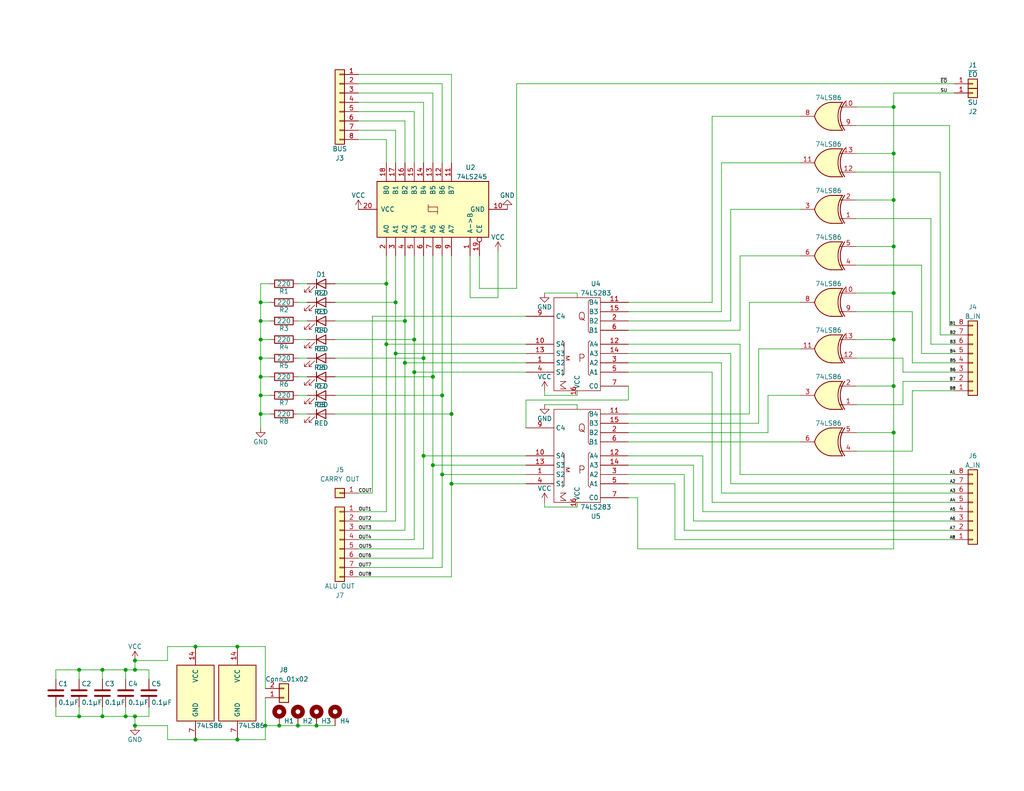
<source format=kicad_sch>
(kicad_sch (version 20211123) (generator eeschema)
  (paper "USLetter")
  (lib_symbols
    (symbol "74xx:74LS245" (pin_names (offset 1.016))
      (property "Reference" "U" (at -7.62 16.51 0))
      (property "Value" "74LS245" (at -7.62 -16.51 0))
      (symbol "74LS245_1_0"
        (polyline (pts (xy -0.635 -1.27) (xy -0.635 1.27) (xy 0.635 1.27)))
        (polyline (pts (xy -1.27 -1.27) (xy 0.635 -1.27) (xy 0.635 1.27) (xy 1.27 1.27)))
        (pin input line (at -12.7 -10.16 0) (length 5.08) (name "A->B") (number "1"))
        (pin power_in line (at 0 -20.32 90) (length 5.08) (name "GND") (number "10"))
        (pin tri_state line (at 12.7 -5.08 180) (length 5.08) (name "B7") (number "11"))
        (pin tri_state line (at 12.7 -2.54 180) (length 5.08) (name "B6") (number "12"))
        (pin tri_state line (at 12.7 0 180) (length 5.08) (name "B5") (number "13"))
        (pin tri_state line (at 12.7 2.54 180) (length 5.08) (name "B4") (number "14"))
        (pin tri_state line (at 12.7 5.08 180) (length 5.08) (name "B3") (number "15"))
        (pin tri_state line (at 12.7 7.62 180) (length 5.08) (name "B2") (number "16"))
        (pin tri_state line (at 12.7 10.16 180) (length 5.08) (name "B1") (number "17"))
        (pin tri_state line (at 12.7 12.7 180) (length 5.08) (name "B0") (number "18"))
        (pin input inverted (at -12.7 -12.7 0) (length 5.08) (name "CE") (number "19"))
        (pin tri_state line (at -12.7 12.7 0) (length 5.08) (name "A0") (number "2"))
        (pin power_in line (at 0 20.32 270) (length 5.08) (name "VCC") (number "20"))
        (pin tri_state line (at -12.7 10.16 0) (length 5.08) (name "A1") (number "3"))
        (pin tri_state line (at -12.7 7.62 0) (length 5.08) (name "A2") (number "4"))
        (pin tri_state line (at -12.7 5.08 0) (length 5.08) (name "A3") (number "5"))
        (pin tri_state line (at -12.7 2.54 0) (length 5.08) (name "A4") (number "6"))
        (pin tri_state line (at -12.7 0 0) (length 5.08) (name "A5") (number "7"))
        (pin tri_state line (at -12.7 -2.54 0) (length 5.08) (name "A6") (number "8"))
        (pin tri_state line (at -12.7 -5.08 0) (length 5.08) (name "A7") (number "9"))
      )
      (symbol "74LS245_1_1"
        (rectangle (start -7.62 15.24) (end 7.62 -15.24) (stroke (width 0.254)) (fill (type background)))
      )
    )
    (symbol "74xx:74LS86" (pin_names (offset 1.016))
      (property "Reference" "U" (at 0 1.27 0))
      (property "Value" "74LS86" (at 0 -1.27 0))
      (symbol "74LS86_1_0"
        (arc (start -4.4196 -3.81) (mid -3.2033 0) (end -4.4196 3.81) (stroke (width 0.254)))
        (arc (start -3.81 -3.81) (mid -2.589 0) (end -3.81 3.81) (stroke (width 0.254)))
        (arc (start -0.6096 -3.81) (mid 2.1842 -2.5851) (end 3.81 0) (stroke (width 0.254)) (fill (type background)))
        (polyline (pts (xy -3.81 -3.81) (xy -0.635 -3.81)) (stroke (width 0.254)) (fill (type background)))
        (polyline (pts (xy -3.81 3.81) (xy -0.635 3.81)) (stroke (width 0.254)) (fill (type background)))
        (polyline (pts (xy -0.635 3.81) (xy -3.81 3.81) (xy -3.81 3.81) (xy -3.556 3.4036) (xy -3.0226 2.2606) (xy -2.6924 1.0414) (xy -2.6162 -0.254) (xy -2.7686 -1.4986) (xy -3.175 -2.7178) (xy -3.81 -3.81) (xy -3.81 -3.81) (xy -0.635 -3.81)) (stroke (width -25.4)) (fill (type background)))
        (arc (start 3.81 0) (mid 2.1915 2.5936) (end -0.6096 3.81) (stroke (width 0.254)) (fill (type background)))
        (pin input line (at -7.62 2.54 0) (length 4.445) (name "~") (number "1"))
        (pin input line (at -7.62 -2.54 0) (length 4.445) (name "~") (number "2"))
        (pin output line (at 7.62 0 180) (length 3.81) (name "~") (number "3"))
      )
      (symbol "74LS86_1_1"
        (polyline (pts (xy -3.81 -2.54) (xy -3.175 -2.54)) (stroke (width 0.1524)))
        (polyline (pts (xy -3.81 2.54) (xy -3.175 2.54)) (stroke (width 0.1524)))
      )
      (symbol "74LS86_2_0"
        (arc (start -4.4196 -3.81) (mid -3.2033 0) (end -4.4196 3.81) (stroke (width 0.254)))
        (arc (start -3.81 -3.81) (mid -2.589 0) (end -3.81 3.81) (stroke (width 0.254)))
        (arc (start -0.6096 -3.81) (mid 2.1842 -2.5851) (end 3.81 0) (stroke (width 0.254)) (fill (type background)))
        (polyline (pts (xy -3.81 -3.81) (xy -0.635 -3.81)) (stroke (width 0.254)) (fill (type background)))
        (polyline (pts (xy -3.81 3.81) (xy -0.635 3.81)) (stroke (width 0.254)) (fill (type background)))
        (polyline (pts (xy -0.635 3.81) (xy -3.81 3.81) (xy -3.81 3.81) (xy -3.556 3.4036) (xy -3.0226 2.2606) (xy -2.6924 1.0414) (xy -2.6162 -0.254) (xy -2.7686 -1.4986) (xy -3.175 -2.7178) (xy -3.81 -3.81) (xy -3.81 -3.81) (xy -0.635 -3.81)) (stroke (width -25.4)) (fill (type background)))
        (arc (start 3.81 0) (mid 2.1915 2.5936) (end -0.6096 3.81) (stroke (width 0.254)) (fill (type background)))
        (pin input line (at -7.62 2.54 0) (length 4.445) (name "~") (number "4"))
        (pin input line (at -7.62 -2.54 0) (length 4.445) (name "~") (number "5"))
        (pin output line (at 7.62 0 180) (length 3.81) (name "~") (number "6"))
      )
      (symbol "74LS86_2_1"
        (polyline (pts (xy -3.81 -2.54) (xy -3.175 -2.54)) (stroke (width 0.1524)))
        (polyline (pts (xy -3.81 2.54) (xy -3.175 2.54)) (stroke (width 0.1524)))
      )
      (symbol "74LS86_3_0"
        (arc (start -4.4196 -3.81) (mid -3.2033 0) (end -4.4196 3.81) (stroke (width 0.254)))
        (arc (start -3.81 -3.81) (mid -2.589 0) (end -3.81 3.81) (stroke (width 0.254)))
        (arc (start -0.6096 -3.81) (mid 2.1842 -2.5851) (end 3.81 0) (stroke (width 0.254)) (fill (type background)))
        (polyline (pts (xy -3.81 -3.81) (xy -0.635 -3.81)) (stroke (width 0.254)) (fill (type background)))
        (polyline (pts (xy -3.81 3.81) (xy -0.635 3.81)) (stroke (width 0.254)) (fill (type background)))
        (polyline (pts (xy -0.635 3.81) (xy -3.81 3.81) (xy -3.81 3.81) (xy -3.556 3.4036) (xy -3.0226 2.2606) (xy -2.6924 1.0414) (xy -2.6162 -0.254) (xy -2.7686 -1.4986) (xy -3.175 -2.7178) (xy -3.81 -3.81) (xy -3.81 -3.81) (xy -0.635 -3.81)) (stroke (width -25.4)) (fill (type background)))
        (arc (start 3.81 0) (mid 2.1915 2.5936) (end -0.6096 3.81) (stroke (width 0.254)) (fill (type background)))
        (pin input line (at -7.62 -2.54 0) (length 4.445) (name "~") (number "10"))
        (pin output line (at 7.62 0 180) (length 3.81) (name "~") (number "8"))
        (pin input line (at -7.62 2.54 0) (length 4.445) (name "~") (number "9"))
      )
      (symbol "74LS86_3_1"
        (polyline (pts (xy -3.81 -2.54) (xy -3.175 -2.54)) (stroke (width 0.1524)))
        (polyline (pts (xy -3.81 2.54) (xy -3.175 2.54)) (stroke (width 0.1524)))
      )
      (symbol "74LS86_4_0"
        (arc (start -4.4196 -3.81) (mid -3.2033 0) (end -4.4196 3.81) (stroke (width 0.254)))
        (arc (start -3.81 -3.81) (mid -2.589 0) (end -3.81 3.81) (stroke (width 0.254)))
        (arc (start -0.6096 -3.81) (mid 2.1842 -2.5851) (end 3.81 0) (stroke (width 0.254)) (fill (type background)))
        (polyline (pts (xy -3.81 -3.81) (xy -0.635 -3.81)) (stroke (width 0.254)) (fill (type background)))
        (polyline (pts (xy -3.81 3.81) (xy -0.635 3.81)) (stroke (width 0.254)) (fill (type background)))
        (polyline (pts (xy -0.635 3.81) (xy -3.81 3.81) (xy -3.81 3.81) (xy -3.556 3.4036) (xy -3.0226 2.2606) (xy -2.6924 1.0414) (xy -2.6162 -0.254) (xy -2.7686 -1.4986) (xy -3.175 -2.7178) (xy -3.81 -3.81) (xy -3.81 -3.81) (xy -0.635 -3.81)) (stroke (width -25.4)) (fill (type background)))
        (arc (start 3.81 0) (mid 2.1915 2.5936) (end -0.6096 3.81) (stroke (width 0.254)) (fill (type background)))
        (pin output line (at 7.62 0 180) (length 3.81) (name "~") (number "11"))
        (pin input line (at -7.62 2.54 0) (length 4.445) (name "~") (number "12"))
        (pin input line (at -7.62 -2.54 0) (length 4.445) (name "~") (number "13"))
      )
      (symbol "74LS86_4_1"
        (polyline (pts (xy -3.81 -2.54) (xy -3.175 -2.54)) (stroke (width 0.1524)))
        (polyline (pts (xy -3.81 2.54) (xy -3.175 2.54)) (stroke (width 0.1524)))
      )
      (symbol "74LS86_5_0"
        (pin power_in line (at 0 12.7 270) (length 5.08) (name "VCC") (number "14"))
        (pin power_in line (at 0 -12.7 90) (length 5.08) (name "GND") (number "7"))
      )
      (symbol "74LS86_5_1"
        (rectangle (start -5.08 7.62) (end 5.08 -7.62) (stroke (width 0.254)) (fill (type background)))
      )
    )
    (symbol "74xx_IEEE:74LS283"
      (property "Reference" "U" (at 7.62 15.24 0))
      (property "Value" "74LS283" (at 7.62 -15.24 0))
      (symbol "74LS283_0_0"
        (rectangle (start -6.35 12.7) (end 6.35 -12.7))
        (polyline (pts (xy -3.556 -3.048) (xy -3.048 -3.556) (xy -3.048 -11.684) (xy -3.556 -12.192) (xy -3.556 -12.192)))
        (polyline (pts (xy -3.556 8.636) (xy -3.048 8.128) (xy -3.048 -0.508) (xy -3.556 -1.016) (xy -3.556 -1.016)))
        (polyline (pts (xy 4.064 8.636) (xy 3.556 8.128) (xy 3.556 -0.508) (xy 4.064 -1.016) (xy 4.064 -1.016)))
        (polyline (pts (xy 3.048 4.318) (xy 2.032 4.318) (xy 3.048 3.81) (xy 2.032 3.302) (xy 3.048 3.302) (xy 3.048 3.302)))
        (polyline (pts (xy 4.572 12.192) (xy 3.048 12.192) (xy 4.572 11.176) (xy 3.048 10.16) (xy 4.572 10.16) (xy 4.572 10.16)))
        (text "P" (at -1.27 3.81 0) (effects (font (size 2.032 2.032))))
        (text "Q" (at -1.27 -7.62 0) (effects (font (size 2.032 2.032))))
        (pin power_in line (at 0 12.7 270) (length 0) (name "VCC") (number "16"))
        (pin power_in line (at 0 -12.7 90) (length 0) hide (name "GND") (number "8"))
      )
      (symbol "74LS283_1_1"
        (pin output line (at 13.97 5.08 180) (length 7.62) (name "S2") (number "1"))
        (pin output line (at 13.97 0 180) (length 7.62) (name "S4") (number "10"))
        (pin input line (at -13.97 -11.43 0) (length 7.62) (name "B4") (number "11"))
        (pin input line (at -13.97 0 0) (length 7.62) (name "A4") (number "12"))
        (pin output line (at 13.97 2.54 180) (length 7.62) (name "S3") (number "13"))
        (pin input line (at -13.97 2.54 0) (length 7.62) (name "A3") (number "14"))
        (pin input line (at -13.97 -8.89 0) (length 7.62) (name "B3") (number "15"))
        (pin input line (at -13.97 -6.35 0) (length 7.62) (name "B2") (number "2"))
        (pin input line (at -13.97 5.08 0) (length 7.62) (name "A2") (number "3"))
        (pin output line (at 13.97 7.62 180) (length 7.62) (name "S1") (number "4"))
        (pin input line (at -13.97 7.62 0) (length 7.62) (name "A1") (number "5"))
        (pin input line (at -13.97 -3.81 0) (length 7.62) (name "B1") (number "6"))
        (pin input line (at -13.97 11.43 0) (length 7.62) (name "C0") (number "7"))
        (pin output line (at 13.97 -7.62 180) (length 7.62) (name "C4") (number "9"))
      )
    )
    (symbol "Connector_Generic:Conn_01x01" (pin_names (offset 1.016) hide)
      (property "Reference" "J" (at 0 2.54 0))
      (property "Value" "Conn_01x01" (at 0 -2.54 0))
      (symbol "Conn_01x01_1_1"
        (rectangle (start -1.27 0.127) (end 0 -0.127) (stroke (width 0.1524)))
        (rectangle (start -1.27 1.27) (end 1.27 -1.27) (stroke (width 0.254)) (fill (type background)))
        (pin passive line (at -5.08 0 0) (length 3.81) (name "Pin_1") (number "1"))
      )
    )
    (symbol "Connector_Generic:Conn_01x02" (pin_names (offset 1.016) hide)
      (property "Reference" "J" (at 0 2.54 0))
      (property "Value" "Conn_01x02" (at 0 -5.08 0))
      (symbol "Conn_01x02_1_1"
        (rectangle (start -1.27 -2.413) (end 0 -2.667) (stroke (width 0.1524)))
        (rectangle (start -1.27 0.127) (end 0 -0.127) (stroke (width 0.1524)))
        (rectangle (start -1.27 1.27) (end 1.27 -3.81) (stroke (width 0.254)) (fill (type background)))
        (pin passive line (at -5.08 0 0) (length 3.81) (name "Pin_1") (number "1"))
        (pin passive line (at -5.08 -2.54 0) (length 3.81) (name "Pin_2") (number "2"))
      )
    )
    (symbol "Connector_Generic:Conn_01x08" (pin_names (offset 1.016) hide)
      (property "Reference" "J" (at 0 10.16 0))
      (property "Value" "Conn_01x08" (at 0 -12.7 0))
      (symbol "Conn_01x08_1_1"
        (rectangle (start -1.27 -10.033) (end 0 -10.287) (stroke (width 0.1524)))
        (rectangle (start -1.27 -7.493) (end 0 -7.747) (stroke (width 0.1524)))
        (rectangle (start -1.27 -4.953) (end 0 -5.207) (stroke (width 0.1524)))
        (rectangle (start -1.27 -2.413) (end 0 -2.667) (stroke (width 0.1524)))
        (rectangle (start -1.27 0.127) (end 0 -0.127) (stroke (width 0.1524)))
        (rectangle (start -1.27 2.667) (end 0 2.413) (stroke (width 0.1524)))
        (rectangle (start -1.27 5.207) (end 0 4.953) (stroke (width 0.1524)))
        (rectangle (start -1.27 7.747) (end 0 7.493) (stroke (width 0.1524)))
        (rectangle (start -1.27 8.89) (end 1.27 -11.43) (stroke (width 0.254)) (fill (type background)))
        (pin passive line (at -5.08 7.62 0) (length 3.81) (name "Pin_1") (number "1"))
        (pin passive line (at -5.08 5.08 0) (length 3.81) (name "Pin_2") (number "2"))
        (pin passive line (at -5.08 2.54 0) (length 3.81) (name "Pin_3") (number "3"))
        (pin passive line (at -5.08 0 0) (length 3.81) (name "Pin_4") (number "4"))
        (pin passive line (at -5.08 -2.54 0) (length 3.81) (name "Pin_5") (number "5"))
        (pin passive line (at -5.08 -5.08 0) (length 3.81) (name "Pin_6") (number "6"))
        (pin passive line (at -5.08 -7.62 0) (length 3.81) (name "Pin_7") (number "7"))
        (pin passive line (at -5.08 -10.16 0) (length 3.81) (name "Pin_8") (number "8"))
      )
    )
    (symbol "Device:C" (pin_numbers hide) (pin_names (offset 0.254))
      (property "Reference" "C" (at 0.635 2.54 0))
      (property "Value" "C" (at 0.635 -2.54 0))
      (symbol "C_0_1"
        (polyline (pts (xy -2.032 -0.762) (xy 2.032 -0.762)) (stroke (width 0.508)))
        (polyline (pts (xy -2.032 0.762) (xy 2.032 0.762)) (stroke (width 0.508)))
      )
      (symbol "C_1_1"
        (pin passive line (at 0 3.81 270) (length 2.794) (name "~") (number "1"))
        (pin passive line (at 0 -3.81 90) (length 2.794) (name "~") (number "2"))
      )
    )
    (symbol "Device:LED" (pin_numbers hide) (pin_names (offset 1.016) hide)
      (property "Reference" "D" (at 0 2.54 0))
      (property "Value" "LED" (at 0 -2.54 0))
      (symbol "LED_0_1"
        (polyline (pts (xy -1.27 -1.27) (xy -1.27 1.27)) (stroke (width 0.254)))
        (polyline (pts (xy -1.27 0) (xy 1.27 0)))
        (polyline (pts (xy 1.27 -1.27) (xy 1.27 1.27) (xy -1.27 0) (xy 1.27 -1.27)) (stroke (width 0.254)))
        (polyline (pts (xy -3.048 -0.762) (xy -4.572 -2.286) (xy -3.81 -2.286) (xy -4.572 -2.286) (xy -4.572 -1.524)))
        (polyline (pts (xy -1.778 -0.762) (xy -3.302 -2.286) (xy -2.54 -2.286) (xy -3.302 -2.286) (xy -3.302 -1.524)))
      )
      (symbol "LED_1_1"
        (pin passive line (at -3.81 0 0) (length 2.54) (name "K") (number "1"))
        (pin passive line (at 3.81 0 180) (length 2.54) (name "A") (number "2"))
      )
    )
    (symbol "Device:R" (pin_numbers hide) (pin_names (offset 0))
      (property "Reference" "R" (at 2.032 0 90))
      (property "Value" "R" (at 0 0 90))
      (symbol "R_0_1"
        (rectangle (start -1.016 -2.54) (end 1.016 2.54) (stroke (width 0.254)))
      )
      (symbol "R_1_1"
        (pin passive line (at 0 3.81 270) (length 1.27) (name "~") (number "1"))
        (pin passive line (at 0 -3.81 90) (length 1.27) (name "~") (number "2"))
      )
    )
    (symbol "Mechanical:MountingHole_Pad" (pin_numbers hide) (pin_names (offset 1.016) hide)
      (property "Reference" "H" (at 0 6.35 0))
      (property "Value" "MountingHole_Pad" (at 0 4.445 0))
      (symbol "MountingHole_Pad_0_1"
        (circle (center 0 1.27) (radius 1.27) (stroke (width 1.27)))
      )
      (symbol "MountingHole_Pad_1_1"
        (pin input line (at 0 -2.54 90) (length 2.54) (name "1") (number "1"))
      )
    )
    (symbol "power:GND" (power) (pin_names (offset 0))
      (property "Value" "GND" (at 0 -3.81 0))
      (symbol "GND_0_1"
        (polyline (pts (xy 0 0) (xy 0 -1.27) (xy 1.27 -1.27) (xy 0 -2.54) (xy -1.27 -1.27) (xy 0 -1.27)))
      )
      (symbol "GND_1_1"
        (pin power_in line (at 0 0 270) (length 0) hide (name "GND") (number "1"))
      )
    )
    (symbol "power:VCC" (power) (pin_names (offset 0))
      (property "Value" "VCC" (at 0 3.81 0))
      (symbol "VCC_0_1"
        (polyline (pts (xy -0.762 1.27) (xy 0 2.54)))
        (polyline (pts (xy 0 0) (xy 0 2.54)))
        (polyline (pts (xy 0 2.54) (xy 0.762 1.27)))
      )
      (symbol "VCC_1_1"
        (pin power_in line (at 0 0 90) (length 0) hide (name "VCC") (number "1"))
      )
    )
  )
  (junction (at 36.83 182.88))
  (junction (at 243.84 105.41))
  (junction (at 27.94 182.88))
  (junction (at 107.95 96.52))
  (junction (at 21.59 195.58))
  (junction (at 120.65 107.95))
  (junction (at 36.83 198.12))
  (junction (at 113.03 92.71))
  (junction (at 27.94 195.58))
  (junction (at 71.12 87.63))
  (junction (at 113.03 101.6))
  (junction (at 72.39 198.12))
  (junction (at 243.84 54.61))
  (junction (at 86.36 198.12))
  (junction (at 115.57 97.79))
  (junction (at 71.12 107.95))
  (junction (at 53.34 176.53))
  (junction (at 123.19 132.08))
  (junction (at 71.12 102.87))
  (junction (at 105.41 77.47))
  (junction (at 243.84 92.71))
  (junction (at 81.28 198.12))
  (junction (at 105.41 93.98))
  (junction (at 243.84 29.21))
  (junction (at 71.12 97.79))
  (junction (at 243.84 67.31))
  (junction (at 118.11 102.87))
  (junction (at 64.77 201.93))
  (junction (at 36.83 180.34))
  (junction (at 123.19 113.03))
  (junction (at 53.34 201.93))
  (junction (at 115.57 124.46))
  (junction (at 110.49 99.06))
  (junction (at 71.12 113.03))
  (junction (at 76.2 198.12))
  (junction (at 34.29 182.88))
  (junction (at 110.49 87.63))
  (junction (at 71.12 92.71))
  (junction (at 243.84 41.91))
  (junction (at 118.11 127))
  (junction (at 36.83 195.58))
  (junction (at 120.65 129.54))
  (junction (at 243.84 118.11))
  (junction (at 71.12 82.55))
  (junction (at 243.84 80.01))
  (junction (at 64.77 176.53))
  (junction (at 21.59 182.88))
  (junction (at 34.29 195.58))
  (junction (at 107.95 82.55))
  (wire (pts (xy 209.55 107.95) (xy 218.44 107.95)))
  (wire (pts (xy 110.49 99.06) (xy 110.49 144.78)))
  (wire (pts (xy 107.95 69.85) (xy 107.95 82.55)))
  (wire (pts (xy 97.79 139.7) (xy 105.41 139.7)))
  (wire (pts (xy 233.68 85.09) (xy 248.92 85.09)))
  (wire (pts (xy 81.28 82.55) (xy 83.82 82.55)))
  (wire (pts (xy 115.57 97.79) (xy 115.57 124.46)))
  (wire (pts (xy 194.31 101.6) (xy 194.31 137.16)))
  (wire (pts (xy 36.83 195.58) (xy 40.64 195.58)))
  (wire (pts (xy 256.54 46.99) (xy 256.54 91.44)))
  (wire (pts (xy 36.83 195.58) (xy 36.83 198.12)))
  (wire (pts (xy 81.28 107.95) (xy 83.82 107.95)))
  (wire (pts (xy 27.94 195.58) (xy 34.29 195.58)))
  (wire (pts (xy 72.39 198.12) (xy 76.2 198.12)))
  (wire (pts (xy 97.79 25.4) (xy 118.11 25.4)))
  (wire (pts (xy 15.24 195.58) (xy 15.24 193.04)))
  (wire (pts (xy 157.48 107.95) (xy 157.48 106.68)))
  (wire (pts (xy 71.12 82.55) (xy 73.66 82.55)))
  (wire (pts (xy 81.28 102.87) (xy 83.82 102.87)))
  (wire (pts (xy 110.49 87.63) (xy 110.49 99.06)))
  (wire (pts (xy 97.79 154.94) (xy 120.65 154.94)))
  (wire (pts (xy 91.44 77.47) (xy 105.41 77.47)))
  (wire (pts (xy 40.64 195.58) (xy 40.64 193.04)))
  (wire (pts (xy 45.72 198.12) (xy 45.72 201.93)))
  (wire (pts (xy 118.11 25.4) (xy 118.11 44.45)))
  (wire (pts (xy 105.41 69.85) (xy 105.41 77.47)))
  (wire (pts (xy 101.6 86.36) (xy 101.6 134.62)))
  (wire (pts (xy 73.66 87.63) (xy 71.12 87.63)))
  (wire (pts (xy 171.45 87.63) (xy 199.39 87.63)))
  (wire (pts (xy 233.68 110.49) (xy 246.38 110.49)))
  (wire (pts (xy 53.34 176.53) (xy 64.77 176.53)))
  (wire (pts (xy 115.57 27.94) (xy 115.57 44.45)))
  (wire (pts (xy 21.59 185.42) (xy 21.59 182.88)))
  (wire (pts (xy 204.47 113.03) (xy 204.47 82.55)))
  (wire (pts (xy 233.68 67.31) (xy 243.84 67.31)))
  (wire (pts (xy 171.45 118.11) (xy 209.55 118.11)))
  (wire (pts (xy 173.99 149.86) (xy 173.99 135.89)))
  (wire (pts (xy 233.68 46.99) (xy 256.54 46.99)))
  (wire (pts (xy 196.85 85.09) (xy 196.85 44.45)))
  (wire (pts (xy 81.28 97.79) (xy 83.82 97.79)))
  (wire (pts (xy 71.12 87.63) (xy 71.12 82.55)))
  (wire (pts (xy 105.41 93.98) (xy 143.51 93.98)))
  (wire (pts (xy 171.45 127) (xy 189.23 127)))
  (wire (pts (xy 148.59 80.01) (xy 157.48 80.01)))
  (wire (pts (xy 15.24 195.58) (xy 21.59 195.58)))
  (wire (pts (xy 251.46 96.52) (xy 260.35 96.52)))
  (wire (pts (xy 171.45 113.03) (xy 204.47 113.03)))
  (wire (pts (xy 71.12 77.47) (xy 73.66 77.47)))
  (wire (pts (xy 191.77 124.46) (xy 191.77 139.7)))
  (wire (pts (xy 36.83 180.34) (xy 45.72 180.34)))
  (wire (pts (xy 53.34 201.93) (xy 64.77 201.93)))
  (wire (pts (xy 128.27 69.85) (xy 128.27 81.28)))
  (wire (pts (xy 201.93 93.98) (xy 201.93 129.54)))
  (wire (pts (xy 254 59.69) (xy 254 93.98)))
  (wire (pts (xy 171.45 96.52) (xy 199.39 96.52)))
  (wire (pts (xy 97.79 30.48) (xy 113.03 30.48)))
  (wire (pts (xy 81.28 87.63) (xy 83.82 87.63)))
  (wire (pts (xy 157.48 138.43) (xy 148.59 138.43)))
  (wire (pts (xy 173.99 135.89) (xy 171.45 135.89)))
  (wire (pts (xy 171.45 115.57) (xy 207.01 115.57)))
  (wire (pts (xy 243.84 105.41) (xy 243.84 118.11)))
  (wire (pts (xy 97.79 142.24) (xy 107.95 142.24)))
  (wire (pts (xy 233.68 92.71) (xy 243.84 92.71)))
  (wire (pts (xy 72.39 198.12) (xy 72.39 190.5)))
  (wire (pts (xy 233.68 54.61) (xy 243.84 54.61)))
  (wire (pts (xy 260.35 22.86) (xy 140.97 22.86)))
  (wire (pts (xy 189.23 127) (xy 189.23 142.24)))
  (wire (pts (xy 196.85 134.62) (xy 260.35 134.62)))
  (wire (pts (xy 243.84 29.21) (xy 243.84 41.91)))
  (wire (pts (xy 256.54 91.44) (xy 260.35 91.44)))
  (wire (pts (xy 107.95 96.52) (xy 143.51 96.52)))
  (wire (pts (xy 71.12 82.55) (xy 71.12 77.47)))
  (wire (pts (xy 36.83 180.34) (xy 36.83 182.88)))
  (wire (pts (xy 251.46 72.39) (xy 251.46 96.52)))
  (wire (pts (xy 113.03 101.6) (xy 143.51 101.6)))
  (wire (pts (xy 246.38 97.79) (xy 246.38 101.6)))
  (wire (pts (xy 248.92 106.68) (xy 248.92 123.19)))
  (wire (pts (xy 130.81 78.74) (xy 140.97 78.74)))
  (wire (pts (xy 243.84 41.91) (xy 243.84 54.61)))
  (wire (pts (xy 71.12 102.87) (xy 71.12 97.79)))
  (wire (pts (xy 71.12 102.87) (xy 73.66 102.87)))
  (wire (pts (xy 123.19 132.08) (xy 143.51 132.08)))
  (wire (pts (xy 27.94 193.04) (xy 27.94 195.58)))
  (wire (pts (xy 97.79 147.32) (xy 113.03 147.32)))
  (wire (pts (xy 113.03 69.85) (xy 113.03 92.71)))
  (wire (pts (xy 233.68 123.19) (xy 248.92 123.19)))
  (wire (pts (xy 45.72 176.53) (xy 53.34 176.53)))
  (wire (pts (xy 157.48 110.49) (xy 157.48 111.76)))
  (wire (pts (xy 201.93 69.85) (xy 218.44 69.85)))
  (wire (pts (xy 71.12 116.84) (xy 71.12 113.03)))
  (wire (pts (xy 97.79 38.1) (xy 105.41 38.1)))
  (wire (pts (xy 107.95 96.52) (xy 107.95 142.24)))
  (wire (pts (xy 143.51 109.22) (xy 171.45 109.22)))
  (wire (pts (xy 148.59 106.68) (xy 148.59 107.95)))
  (wire (pts (xy 21.59 195.58) (xy 27.94 195.58)))
  (wire (pts (xy 71.12 92.71) (xy 71.12 87.63)))
  (wire (pts (xy 233.68 34.29) (xy 259.08 34.29)))
  (wire (pts (xy 73.66 107.95) (xy 71.12 107.95)))
  (wire (pts (xy 143.51 116.84) (xy 143.51 109.22)))
  (wire (pts (xy 209.55 118.11) (xy 209.55 107.95)))
  (wire (pts (xy 34.29 182.88) (xy 36.83 182.88)))
  (wire (pts (xy 118.11 127) (xy 118.11 152.4)))
  (wire (pts (xy 171.45 82.55) (xy 194.31 82.55)))
  (wire (pts (xy 71.12 113.03) (xy 71.12 107.95)))
  (wire (pts (xy 120.65 129.54) (xy 120.65 154.94)))
  (wire (pts (xy 243.84 25.4) (xy 243.84 29.21)))
  (wire (pts (xy 254 93.98) (xy 260.35 93.98)))
  (wire (pts (xy 123.19 132.08) (xy 123.19 157.48)))
  (wire (pts (xy 45.72 180.34) (xy 45.72 176.53)))
  (wire (pts (xy 171.45 129.54) (xy 186.69 129.54)))
  (wire (pts (xy 91.44 102.87) (xy 118.11 102.87)))
  (wire (pts (xy 171.45 85.09) (xy 196.85 85.09)))
  (wire (pts (xy 194.31 31.75) (xy 218.44 31.75)))
  (wire (pts (xy 45.72 201.93) (xy 53.34 201.93)))
  (wire (pts (xy 199.39 57.15) (xy 218.44 57.15)))
  (wire (pts (xy 184.15 132.08) (xy 184.15 147.32)))
  (wire (pts (xy 135.89 81.28) (xy 135.89 68.58)))
  (wire (pts (xy 233.68 80.01) (xy 243.84 80.01)))
  (wire (pts (xy 107.95 82.55) (xy 107.95 96.52)))
  (wire (pts (xy 97.79 20.32) (xy 123.19 20.32)))
  (wire (pts (xy 118.11 102.87) (xy 118.11 127)))
  (wire (pts (xy 40.64 182.88) (xy 40.64 185.42)))
  (wire (pts (xy 81.28 92.71) (xy 83.82 92.71)))
  (wire (pts (xy 73.66 97.79) (xy 71.12 97.79)))
  (wire (pts (xy 97.79 152.4) (xy 118.11 152.4)))
  (wire (pts (xy 157.48 80.01) (xy 157.48 81.28)))
  (wire (pts (xy 15.24 185.42) (xy 15.24 182.88)))
  (wire (pts (xy 130.81 69.85) (xy 130.81 78.74)))
  (wire (pts (xy 110.49 69.85) (xy 110.49 87.63)))
  (wire (pts (xy 199.39 96.52) (xy 199.39 132.08)))
  (wire (pts (xy 196.85 44.45) (xy 218.44 44.45)))
  (wire (pts (xy 199.39 132.08) (xy 260.35 132.08)))
  (wire (pts (xy 233.68 72.39) (xy 251.46 72.39)))
  (wire (pts (xy 171.45 90.17) (xy 201.93 90.17)))
  (wire (pts (xy 259.08 88.9) (xy 260.35 88.9)))
  (wire (pts (xy 34.29 185.42) (xy 34.29 182.88)))
  (wire (pts (xy 140.97 22.86) (xy 140.97 78.74)))
  (wire (pts (xy 81.28 77.47) (xy 83.82 77.47)))
  (wire (pts (xy 72.39 176.53) (xy 72.39 187.96)))
  (wire (pts (xy 186.69 129.54) (xy 186.69 144.78)))
  (wire (pts (xy 204.47 82.55) (xy 218.44 82.55)))
  (wire (pts (xy 233.68 41.91) (xy 243.84 41.91)))
  (wire (pts (xy 243.84 67.31) (xy 243.84 80.01)))
  (wire (pts (xy 71.12 92.71) (xy 73.66 92.71)))
  (wire (pts (xy 171.45 93.98) (xy 201.93 93.98)))
  (wire (pts (xy 97.79 35.56) (xy 107.95 35.56)))
  (wire (pts (xy 233.68 118.11) (xy 243.84 118.11)))
  (wire (pts (xy 81.28 198.12) (xy 86.36 198.12)))
  (wire (pts (xy 115.57 124.46) (xy 115.57 149.86)))
  (wire (pts (xy 243.84 54.61) (xy 243.84 67.31)))
  (wire (pts (xy 246.38 101.6) (xy 260.35 101.6)))
  (wire (pts (xy 118.11 69.85) (xy 118.11 102.87)))
  (wire (pts (xy 91.44 87.63) (xy 110.49 87.63)))
  (wire (pts (xy 21.59 182.88) (xy 27.94 182.88)))
  (wire (pts (xy 143.51 86.36) (xy 101.6 86.36)))
  (wire (pts (xy 171.45 124.46) (xy 191.77 124.46)))
  (wire (pts (xy 34.29 195.58) (xy 36.83 195.58)))
  (wire (pts (xy 36.83 198.12) (xy 45.72 198.12)))
  (wire (pts (xy 97.79 157.48) (xy 123.19 157.48)))
  (wire (pts (xy 115.57 124.46) (xy 143.51 124.46)))
  (wire (pts (xy 27.94 185.42) (xy 27.94 182.88)))
  (wire (pts (xy 171.45 101.6) (xy 194.31 101.6)))
  (wire (pts (xy 171.45 99.06) (xy 196.85 99.06)))
  (wire (pts (xy 248.92 99.06) (xy 260.35 99.06)))
  (wire (pts (xy 105.41 93.98) (xy 105.41 139.7)))
  (wire (pts (xy 233.68 59.69) (xy 254 59.69)))
  (wire (pts (xy 110.49 99.06) (xy 143.51 99.06)))
  (wire (pts (xy 107.95 35.56) (xy 107.95 44.45)))
  (wire (pts (xy 171.45 105.41) (xy 171.45 109.22)))
  (wire (pts (xy 105.41 77.47) (xy 105.41 93.98)))
  (wire (pts (xy 199.39 87.63) (xy 199.39 57.15)))
  (wire (pts (xy 171.45 132.08) (xy 184.15 132.08)))
  (wire (pts (xy 120.65 107.95) (xy 120.65 129.54)))
  (wire (pts (xy 260.35 106.68) (xy 248.92 106.68)))
  (wire (pts (xy 21.59 195.58) (xy 21.59 193.04)))
  (wire (pts (xy 128.27 81.28) (xy 135.89 81.28)))
  (wire (pts (xy 201.93 90.17) (xy 201.93 69.85)))
  (wire (pts (xy 97.79 33.02) (xy 110.49 33.02)))
  (wire (pts (xy 97.79 22.86) (xy 120.65 22.86)))
  (wire (pts (xy 71.12 107.95) (xy 71.12 102.87)))
  (wire (pts (xy 171.45 120.65) (xy 218.44 120.65)))
  (wire (pts (xy 157.48 137.16) (xy 157.48 138.43)))
  (wire (pts (xy 64.77 201.93) (xy 72.39 201.93)))
  (wire (pts (xy 118.11 127) (xy 143.51 127)))
  (wire (pts (xy 243.84 25.4) (xy 260.35 25.4)))
  (wire (pts (xy 72.39 201.93) (xy 72.39 198.12)))
  (wire (pts (xy 123.19 20.32) (xy 123.19 44.45)))
  (wire (pts (xy 243.84 149.86) (xy 173.99 149.86)))
  (wire (pts (xy 246.38 110.49) (xy 246.38 104.14)))
  (wire (pts (xy 110.49 33.02) (xy 110.49 44.45)))
  (wire (pts (xy 97.79 149.86) (xy 115.57 149.86)))
  (wire (pts (xy 243.84 118.11) (xy 243.84 149.86)))
  (wire (pts (xy 113.03 30.48) (xy 113.03 44.45)))
  (wire (pts (xy 120.65 69.85) (xy 120.65 107.95)))
  (wire (pts (xy 76.2 198.12) (xy 81.28 198.12)))
  (wire (pts (xy 71.12 97.79) (xy 71.12 92.71)))
  (wire (pts (xy 97.79 134.62) (xy 101.6 134.62)))
  (wire (pts (xy 189.23 142.24) (xy 260.35 142.24)))
  (wire (pts (xy 201.93 129.54) (xy 260.35 129.54)))
  (wire (pts (xy 233.68 97.79) (xy 246.38 97.79)))
  (wire (pts (xy 91.44 92.71) (xy 113.03 92.71)))
  (wire (pts (xy 243.84 80.01) (xy 243.84 92.71)))
  (wire (pts (xy 73.66 113.03) (xy 71.12 113.03)))
  (wire (pts (xy 113.03 101.6) (xy 113.03 147.32)))
  (wire (pts (xy 36.83 182.88) (xy 40.64 182.88)))
  (wire (pts (xy 115.57 69.85) (xy 115.57 97.79)))
  (wire (pts (xy 120.65 22.86) (xy 120.65 44.45)))
  (wire (pts (xy 105.41 38.1) (xy 105.41 44.45)))
  (wire (pts (xy 91.44 113.03) (xy 123.19 113.03)))
  (wire (pts (xy 194.31 137.16) (xy 260.35 137.16)))
  (wire (pts (xy 27.94 182.88) (xy 34.29 182.88)))
  (wire (pts (xy 113.03 92.71) (xy 113.03 101.6)))
  (wire (pts (xy 123.19 69.85) (xy 123.19 113.03)))
  (wire (pts (xy 34.29 193.04) (xy 34.29 195.58)))
  (wire (pts (xy 91.44 107.95) (xy 120.65 107.95)))
  (wire (pts (xy 91.44 97.79) (xy 115.57 97.79)))
  (wire (pts (xy 148.59 107.95) (xy 157.48 107.95)))
  (wire (pts (xy 97.79 27.94) (xy 115.57 27.94)))
  (wire (pts (xy 233.68 29.21) (xy 243.84 29.21)))
  (wire (pts (xy 243.84 92.71) (xy 243.84 105.41)))
  (wire (pts (xy 148.59 110.49) (xy 157.48 110.49)))
  (wire (pts (xy 196.85 99.06) (xy 196.85 134.62)))
  (wire (pts (xy 97.79 144.78) (xy 110.49 144.78)))
  (wire (pts (xy 259.08 34.29) (xy 259.08 88.9)))
  (wire (pts (xy 207.01 95.25) (xy 218.44 95.25)))
  (wire (pts (xy 72.39 176.53) (xy 64.77 176.53)))
  (wire (pts (xy 248.92 85.09) (xy 248.92 99.06)))
  (wire (pts (xy 120.65 129.54) (xy 143.51 129.54)))
  (wire (pts (xy 186.69 144.78) (xy 260.35 144.78)))
  (wire (pts (xy 15.24 182.88) (xy 21.59 182.88)))
  (wire (pts (xy 194.31 82.55) (xy 194.31 31.75)))
  (wire (pts (xy 184.15 147.32) (xy 260.35 147.32)))
  (wire (pts (xy 91.44 82.55) (xy 107.95 82.55)))
  (wire (pts (xy 233.68 105.41) (xy 243.84 105.41)))
  (wire (pts (xy 123.19 113.03) (xy 123.19 132.08)))
  (wire (pts (xy 81.28 113.03) (xy 83.82 113.03)))
  (wire (pts (xy 148.59 137.16) (xy 148.59 138.43)))
  (wire (pts (xy 246.38 104.14) (xy 260.35 104.14)))
  (wire (pts (xy 207.01 115.57) (xy 207.01 95.25)))
  (wire (pts (xy 191.77 139.7) (xy 260.35 139.7)))
  (wire (pts (xy 86.36 198.12) (xy 91.44 198.12)))
  (label "B6" (at 259.08 101.6 0) (effects (font (size 0.8 0.8))))
  (label "B4" (at 259.08 96.52 0) (effects (font (size 0.8 0.8))))
  (label "A7" (at 259.08 144.78 0) (effects (font (size 0.8 0.8))))
  (label "B2" (at 259.08 91.44 0) (effects (font (size 0.8 0.8))))
  (label "OUT1" (at 97.79 139.7 0) (effects (font (size 0.9 0.9))))
  (label "B5" (at 259.08 99.06 0) (effects (font (size 0.8 0.8))))
  (label "B1" (at 259.08 88.9 0) (effects (font (size 0.8 0.8))))
  (label "~{EO}" (at 256.54 22.86 0) (effects (font (size 0.9 0.9))))
  (label "B3" (at 259.08 93.98 0) (effects (font (size 0.8 0.8))))
  (label "OUT2" (at 97.79 142.24 0) (effects (font (size 0.9 0.9))))
  (label "A4" (at 259.121 137.16 0) (effects (font (size 0.8 0.8))))
  (label "A3" (at 259.121 134.62 0) (effects (font (size 0.8 0.8))))
  (label "OUT4" (at 97.79 147.32 0) (effects (font (size 0.9 0.9))))
  (label "OUT7" (at 97.79 154.94 0) (effects (font (size 0.9 0.9))))
  (label "A6" (at 259.121 142.24 0) (effects (font (size 0.8 0.8))))
  (label "A2" (at 259.121 132.08 0) (effects (font (size 0.8 0.8))))
  (label "B8" (at 259.039 106.68 0) (effects (font (size 0.8 0.8))))
  (label "A1" (at 259.121 129.54 0) (effects (font (size 0.8 0.8))))
  (label "OUT5" (at 97.8744 149.86 0) (effects (font (size 0.9 0.9))))
  (label "COUT" (at 97.79 134.62 0) (effects (font (size 0.9 0.9))))
  (label "A5" (at 259.121 139.7 0) (effects (font (size 0.8 0.8))))
  (label "A8" (at 259.08 147.32 0) (effects (font (size 0.8 0.8))))
  (label "SU" (at 256.54 25.4 0) (effects (font (size 0.9 0.9))))
  (label "OUT8" (at 97.79 157.48 0) (effects (font (size 0.9 0.9))))
  (label "OUT3" (at 97.79 144.78 0) (effects (font (size 0.9 0.9))))
  (label "B7" (at 259.039 104.14 0) (effects (font (size 0.8 0.8))))
  (label "OUT6" (at 97.79 152.4 0) (effects (font (size 0.9 0.9))))
  (symbol (lib_id "power:VCC") (at 135.89 68.58 0) (unit 1)
    (property "Reference" "#PWR03" (effects hide))
    (property "Value" "VCC" (at 135.89 64.77 0))
  )
  (symbol (lib_id "Device:C") (at 34.29 189.23 0) (unit 1)
    (property "Reference" "C4" (at 34.925 186.69 0) (effects (justify left)))
    (property "Value" "0.1µF" (at 34.925 191.77 0) (effects (justify left)))
    (property "Footprint" "Capacitor_SMD:C_0805_2012Metric" (effects hide))
  )
  (symbol (lib_id "power:VCC") (at 36.83 180.34 0) (unit 1)
    (property "Reference" "#PWR09" (effects hide))
    (property "Value" "VCC" (at 36.83 176.53 0))
  )
  (symbol (lib_id "power:GND") (at 36.83 198.12 0) (unit 1)
    (property "Reference" "#PWR010" (effects hide))
    (property "Value" "GND" (at 36.83 201.93 0))
  )
  (symbol (lib_id "Device:C") (at 40.64 189.23 0) (unit 1)
    (property "Reference" "C5" (at 41.275 186.69 0) (effects (justify left)))
    (property "Value" "0.1µF" (at 41.275 191.77 0) (effects (justify left)))
    (property "Footprint" "Capacitor_SMD:C_0805_2012Metric" (effects hide))
  )
  (symbol (lib_id "Device:LED") (at 87.63 77.47 0) (unit 1)
    (property "Reference" "D1" (at 87.63 74.93 0))
    (property "Value" "RED" (at 87.63 80.01 0))
    (property "Footprint" "LED_THT:LED_D5.0mm" (effects hide))
  )
  (symbol (lib_id "Device:LED") (at 87.63 82.55 0) (unit 1)
    (property "Reference" "D2" (at 87.63 80.01 0))
    (property "Value" "RED" (at 87.63 85.09 0))
    (property "Footprint" "LED_THT:LED_D5.0mm" (effects hide))
  )
  (symbol (lib_id "Device:LED") (at 87.63 87.63 0) (unit 1)
    (property "Reference" "D3" (at 87.63 85.09 0))
    (property "Value" "RED" (at 87.63 90.17 0))
    (property "Footprint" "LED_THT:LED_D5.0mm" (effects hide))
  )
  (symbol (lib_id "Device:LED") (at 87.63 92.71 0) (unit 1)
    (property "Reference" "D4" (at 87.63 90.17 0))
    (property "Value" "RED" (at 87.63 95.25 0))
    (property "Footprint" "LED_THT:LED_D5.0mm" (effects hide))
  )
  (symbol (lib_id "Device:LED") (at 87.63 97.79 0) (unit 1)
    (property "Reference" "D5" (at 87.63 95.25 0))
    (property "Value" "RED" (at 87.63 100.33 0))
    (property "Footprint" "LED_THT:LED_D5.0mm" (effects hide))
  )
  (symbol (lib_id "Device:LED") (at 87.63 102.87 0) (unit 1)
    (property "Reference" "D6" (at 87.63 100.33 0))
    (property "Value" "RED" (at 87.63 105.41 0))
    (property "Footprint" "LED_THT:LED_D5.0mm" (effects hide))
  )
  (symbol (lib_id "Device:LED") (at 87.63 107.95 0) (unit 1)
    (property "Reference" "D7" (at 87.63 105.41 0))
    (property "Value" "RED" (at 87.63 110.49 0))
    (property "Footprint" "LED_THT:LED_D5.0mm" (effects hide))
  )
  (symbol (lib_id "Device:LED") (at 87.63 113.03 0) (unit 1)
    (property "Reference" "D8" (at 87.63 110.49 0))
    (property "Value" "RED" (at 87.63 115.57 0))
    (property "Footprint" "LED_THT:LED_D5.0mm" (effects hide))
  )
  (symbol (lib_id "Device:R") (at 77.47 77.47 270) (unit 1)
    (property "Reference" "R1" (at 77.47 79.502 90))
    (property "Value" "220" (at 77.47 77.47 90))
    (property "Footprint" "Resistor_SMD:R_0805_2012Metric" (effects hide))
  )
  (symbol (lib_id "Device:R") (at 77.47 82.55 270) (unit 1)
    (property "Reference" "R2" (at 77.47 84.582 90))
    (property "Value" "220" (at 77.47 82.55 90))
    (property "Footprint" "Resistor_SMD:R_0805_2012Metric" (effects hide))
  )
  (symbol (lib_id "Device:R") (at 77.47 87.63 270) (unit 1)
    (property "Reference" "R3" (at 77.47 89.662 90))
    (property "Value" "220" (at 77.47 87.63 90))
    (property "Footprint" "Resistor_SMD:R_0805_2012Metric" (effects hide))
  )
  (symbol (lib_id "Device:R") (at 77.47 92.71 270) (unit 1)
    (property "Reference" "R4" (at 77.47 94.742 90))
    (property "Value" "220" (at 77.47 92.71 90))
    (property "Footprint" "Resistor_SMD:R_0805_2012Metric" (effects hide))
  )
  (symbol (lib_id "Device:R") (at 77.47 97.79 270) (unit 1)
    (property "Reference" "R5" (at 77.47 99.822 90))
    (property "Value" "220" (at 77.47 97.79 90))
    (property "Footprint" "Resistor_SMD:R_0805_2012Metric" (effects hide))
  )
  (symbol (lib_id "Device:R") (at 77.47 102.87 270) (unit 1)
    (property "Reference" "R6" (at 77.47 104.902 90))
    (property "Value" "220" (at 77.47 102.87 90))
    (property "Footprint" "Resistor_SMD:R_0805_2012Metric" (effects hide))
  )
  (symbol (lib_id "Device:R") (at 77.47 107.95 270) (unit 1)
    (property "Reference" "R7" (at 77.47 109.982 90))
    (property "Value" "220" (at 77.47 107.95 90))
    (property "Footprint" "Resistor_SMD:R_0805_2012Metric" (effects hide))
  )
  (symbol (lib_id "Device:R") (at 77.47 113.03 270) (unit 1)
    (property "Reference" "R8" (at 77.47 115.062 90))
    (property "Value" "220" (at 77.47 113.03 90))
    (property "Footprint" "Resistor_SMD:R_0805_2012Metric" (effects hide))
  )
  (symbol (lib_id "power:GND") (at 71.12 116.84 0) (unit 1)
    (property "Reference" "#PWR07" (effects hide))
    (property "Value" "GND" (at 71.12 120.65 0))
  )
  (symbol (lib_id "74xx_IEEE:74LS283") (at 157.48 93.98 180) (unit 1)
    (property "Reference" "U4" (at 162.56 77.47 0))
    (property "Value" "74LS283" (at 162.56 80.01 0))
    (property "Footprint" "Package_DIP:DIP-16_W7.62mm" (effects hide))
  )
  (symbol (lib_id "74xx_IEEE:74LS283") (at 157.48 124.46 180) (unit 1)
    (property "Reference" "U5" (at 162.56 140.97 0))
    (property "Value" "74LS283" (at 162.56 138.43 0))
    (property "Footprint" "Package_DIP:DIP-16_W7.62mm" (effects hide))
  )
  (symbol (lib_id "power:VCC") (at 148.59 106.68 0) (unit 1)
    (property "Reference" "#PWR05" (effects hide))
    (property "Value" "VCC" (at 148.59 102.87 0))
  )
  (symbol (lib_id "power:VCC") (at 148.59 137.16 0) (unit 1)
    (property "Reference" "#PWR08" (effects hide))
    (property "Value" "VCC" (at 148.59 133.35 0))
  )
  (symbol (lib_id "power:GND") (at 148.59 110.49 0) (unit 1)
    (property "Reference" "#PWR06" (effects hide))
    (property "Value" "GND" (at 148.59 114.3 0))
  )
  (symbol (lib_id "power:GND") (at 148.59 80.01 0) (unit 1)
    (property "Reference" "#PWR04" (effects hide))
    (property "Value" "GND" (at 148.59 83.82 0))
  )
  (symbol (lib_id "74xx:74LS86") (at 226.06 31.75 180) (unit 3)
    (property "Reference" "U1" (effects hide))
    (property "Value" "74LS86" (at 226.06 26.67 0))
    (property "Footprint" "Package_DIP:DIP-14_W7.62mm" (effects hide))
    (property "Datasheet" "74xx/74ls86.pdf" (effects hide))
  )
  (symbol (lib_id "74xx:74LS86") (at 226.06 44.45 180) (unit 4)
    (property "Reference" "U1" (effects hide))
    (property "Value" "74LS86" (at 226.06 39.37 0))
    (property "Footprint" "Package_DIP:DIP-14_W7.62mm" (effects hide))
    (property "Datasheet" "74xx/74ls86.pdf" (effects hide))
  )
  (symbol (lib_id "74xx:74LS86") (at 226.06 57.15 180) (unit 1)
    (property "Reference" "U1" (effects hide))
    (property "Value" "74LS86" (at 226.06 52.07 0))
    (property "Footprint" "Package_DIP:DIP-14_W7.62mm" (effects hide))
    (property "Datasheet" "74xx/74ls86.pdf" (effects hide))
  )
  (symbol (lib_id "74xx:74LS86") (at 226.06 69.85 180) (unit 2)
    (property "Reference" "U1" (effects hide))
    (property "Value" "74LS86" (at 226.06 64.77 0))
    (property "Footprint" "Package_DIP:DIP-14_W7.62mm" (effects hide))
    (property "Datasheet" "74xx/74ls86.pdf" (effects hide))
  )
  (symbol (lib_id "74xx:74LS86") (at 226.06 82.55 180) (unit 3)
    (property "Reference" "U3" (effects hide))
    (property "Value" "74LS86" (at 226.06 77.47 0))
    (property "Footprint" "Package_DIP:DIP-14_W7.62mm" (effects hide))
    (property "Datasheet" "74xx/74ls86.pdf" (effects hide))
  )
  (symbol (lib_id "74xx:74LS86") (at 226.06 95.25 180) (unit 4)
    (property "Reference" "U3" (effects hide))
    (property "Value" "74LS86" (at 226.06 90.17 0))
    (property "Footprint" "Package_DIP:DIP-14_W7.62mm" (effects hide))
    (property "Datasheet" "74xx/74ls86.pdf" (effects hide))
  )
  (symbol (lib_id "74xx:74LS86") (at 226.06 107.95 180) (unit 1)
    (property "Reference" "U3" (effects hide))
    (property "Value" "74LS86" (at 226.06 102.87 0))
    (property "Footprint" "Package_DIP:DIP-14_W7.62mm" (effects hide))
    (property "Datasheet" "74xx/74ls86.pdf" (effects hide))
  )
  (symbol (lib_id "74xx:74LS86") (at 226.06 120.65 180) (unit 2)
    (property "Reference" "U3" (effects hide))
    (property "Value" "74LS86" (at 226.06 115.57 0))
    (property "Footprint" "Package_DIP:DIP-14_W7.62mm" (effects hide))
    (property "Datasheet" "74xx/74ls86.pdf" (effects hide))
  )
  (symbol (lib_id "74xx:74LS86") (at 53.34 189.23 0) (unit 5)
    (property "Reference" "U1" (effects hide))
    (property "Value" "74LS86" (at 57.15 198.12 0))
    (property "Footprint" "Package_DIP:DIP-14_W7.62mm" (effects hide))
    (property "Datasheet" "74xx/74ls86.pdf" (effects hide))
  )
  (symbol (lib_id "74xx:74LS86") (at 64.77 189.23 0) (unit 5)
    (property "Reference" "U3" (effects hide))
    (property "Value" "74LS86" (at 68.58 198.12 0))
    (property "Footprint" "Package_DIP:DIP-14_W7.62mm" (effects hide))
    (property "Datasheet" "74xx/74ls86.pdf" (effects hide))
  )
  (symbol (lib_id "74xx:74LS245") (at 118.11 57.15 90) (unit 1)
    (property "Reference" "U2" (at 127 45.72 90) (effects (justify right)))
    (property "Value" "74LS245" (at 124.46 48.26 90) (effects (justify right)))
    (property "Footprint" "Package_DIP:DIP-20_W7.62mm" (effects hide))
    (property "Datasheet" "http://www.ti.com/lit/gpn/sn74LS245" (effects hide))
  )
  (symbol (lib_id "power:VCC") (at 97.79 57.15 0) (unit 1)
    (property "Reference" "#PWR01" (effects hide))
    (property "Value" "VCC" (at 97.79 53.34 0))
  )
  (symbol (lib_id "power:GND") (at 138.43 57.15 180) (unit 1)
    (property "Reference" "#PWR02" (effects hide))
    (property "Value" "GND" (at 138.43 53.34 0))
  )
  (symbol (lib_id "Connector_Generic:Conn_01x08") (at 265.43 139.7 0) (mirror x) (unit 1)
    (property "Reference" "J6" (at 265.43 124.46 0))
    (property "Value" "A_IN" (at 265.43 127 0))
    (property "Footprint" "Connector_PinHeader_2.54mm:PinHeader_1x08_P2.54mm_Vertical" (effects hide))
  )
  (symbol (lib_id "Connector_Generic:Conn_01x08") (at 265.43 99.06 0) (mirror x) (unit 1)
    (property "Reference" "J4" (at 265.43 83.82 0))
    (property "Value" "B_IN" (at 265.43 86.36 0))
    (property "Footprint" "Connector_PinHeader_2.54mm:PinHeader_1x08_P2.54mm_Vertical" (effects hide))
  )
  (symbol (lib_id "Connector_Generic:Conn_01x08") (at 92.71 27.94 0) (mirror y) (unit 1)
    (property "Reference" "J3" (at 92.71 43.18 0))
    (property "Value" "BUS" (at 92.71 40.64 0))
    (property "Footprint" "Connector_PinHeader_2.54mm:PinHeader_1x08_P2.54mm_Vertical" (effects hide))
  )
  (symbol (lib_id "Connector_Generic:Conn_01x08") (at 92.71 147.32 0) (mirror y) (unit 1)
    (property "Reference" "J7" (at 92.71 162.56 0))
    (property "Value" "ALU OUT" (at 92.71 160.02 0))
    (property "Footprint" "Connector_PinHeader_2.54mm:PinHeader_1x08_P2.54mm_Vertical" (effects hide))
  )
  (symbol (lib_id "Connector_Generic:Conn_01x01") (at 92.71 134.62 180) (unit 1)
    (property "Reference" "J5" (at 92.71 128.27 0))
    (property "Value" "CARRY OUT" (at 92.71 130.81 0))
    (property "Footprint" "Connector_PinHeader_2.54mm:PinHeader_1x01_P2.54mm_Vertical" (effects hide))
  )
  (symbol (lib_id "Connector_Generic:Conn_01x01") (at 265.43 25.4 0) (unit 1)
    (property "Reference" "J2" (at 265.43 30.48 0))
    (property "Value" "SU" (at 265.43 27.94 0))
    (property "Footprint" "Connector_PinHeader_2.54mm:PinHeader_1x01_P2.54mm_Vertical" (effects hide))
  )
  (symbol (lib_id "Connector_Generic:Conn_01x01") (at 265.43 22.86 0) (unit 1)
    (property "Reference" "J1" (at 265.43 17.78 0))
    (property "Value" "~{EO}" (at 265.43 20.32 0))
    (property "Footprint" "Connector_PinHeader_2.54mm:PinHeader_1x01_P2.54mm_Vertical" (effects hide))
  )
  (symbol (lib_id "Connector_Generic:Conn_01x02") (at 77.47 190.5 0) (mirror x) (unit 1)
    (property "Reference" "J8" (at 76.2 182.88 0) (effects (justify left)))
    (property "Value" "Conn_01x02" (at 72.39 185.42 0) (effects (justify left)))
    (property "Footprint" "Connector_PinHeader_2.54mm:PinHeader_1x02_P2.54mm_Vertical" (effects hide))
  )
  (symbol (lib_id "Device:C") (at 21.59 189.23 0) (unit 1)
    (property "Reference" "C2" (at 22.225 186.69 0) (effects (justify left)))
    (property "Value" "0.1µF" (at 22.225 191.77 0) (effects (justify left)))
    (property "Footprint" "Capacitor_SMD:C_0805_2012Metric" (effects hide))
  )
  (symbol (lib_id "Device:C") (at 27.94 189.23 0) (unit 1)
    (property "Reference" "C3" (at 28.575 186.69 0) (effects (justify left)))
    (property "Value" "0.1µF" (at 28.575 191.77 0) (effects (justify left)))
    (property "Footprint" "Capacitor_SMD:C_0805_2012Metric" (effects hide))
  )
  (symbol (lib_id "Device:C") (at 15.24 189.23 0) (unit 1)
    (property "Reference" "C1" (at 15.875 186.69 0) (effects (justify left)))
    (property "Value" "0.1µF" (at 15.875 191.77 0) (effects (justify left)))
    (property "Footprint" "Capacitor_SMD:C_0805_2012Metric" (effects hide))
  )
  (symbol (lib_id "Mechanical:MountingHole_Pad") (at 76.2 195.58 0) (unit 1)
    (property "Reference" "H1" (at 77.47 196.85 0) (effects (justify left)))
    (property "Value" "MountingHole_Pad" (effects hide))
    (property "Footprint" "MountingHole:MountingHole_2.2mm_M2_DIN965_Pad" (effects hide))
  )
  (symbol (lib_id "Mechanical:MountingHole_Pad") (at 81.28 195.58 0) (unit 1)
    (property "Reference" "H2" (at 82.55 196.85 0) (effects (justify left)))
    (property "Value" "MountingHole_Pad" (effects hide))
    (property "Footprint" "MountingHole:MountingHole_2.2mm_M2_DIN965_Pad" (effects hide))
  )
  (symbol (lib_id "Mechanical:MountingHole_Pad") (at 86.36 195.58 0) (unit 1)
    (property "Reference" "H3" (at 87.63 196.85 0) (effects (justify left)))
    (property "Value" "MountingHole_Pad" (effects hide))
    (property "Footprint" "MountingHole:MountingHole_2.2mm_M2_DIN965_Pad" (effects hide))
  )
  (symbol (lib_id "Mechanical:MountingHole_Pad") (at 91.44 195.58 0) (unit 1)
    (property "Reference" "H4" (at 92.71 196.85 0) (effects (justify left)))
    (property "Value" "MountingHole_Pad" (effects hide))
    (property "Footprint" "MountingHole:MountingHole_2.2mm_M2_DIN965_Pad" (effects hide))
  )
)
</source>
